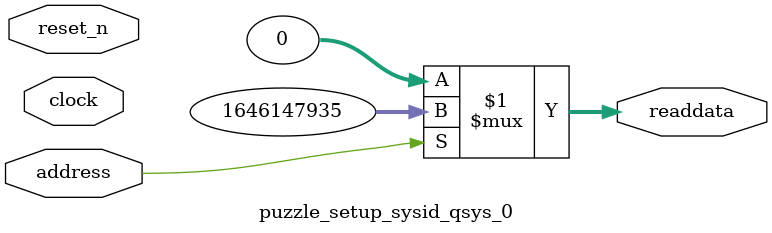
<source format=v>



// synthesis translate_off
`timescale 1ns / 1ps
// synthesis translate_on

// turn off superfluous verilog processor warnings 
// altera message_level Level1 
// altera message_off 10034 10035 10036 10037 10230 10240 10030 

module puzzle_setup_sysid_qsys_0 (
               // inputs:
                address,
                clock,
                reset_n,

               // outputs:
                readdata
             )
;

  output  [ 31: 0] readdata;
  input            address;
  input            clock;
  input            reset_n;

  wire    [ 31: 0] readdata;
  //control_slave, which is an e_avalon_slave
  assign readdata = address ? 1646147935 : 0;

endmodule



</source>
